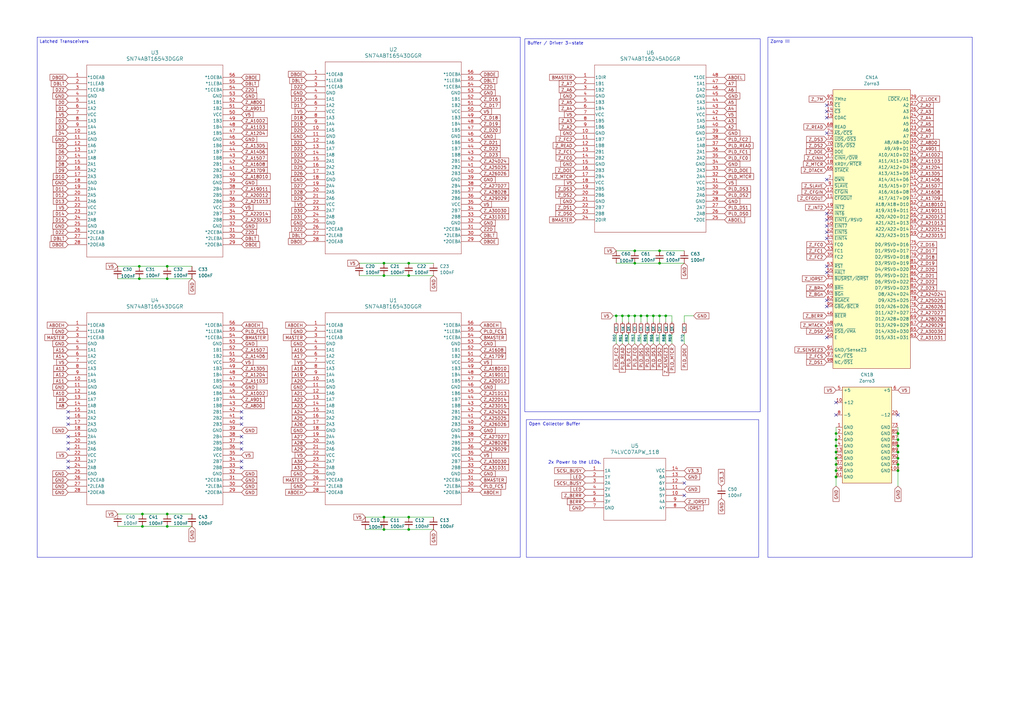
<source format=kicad_sch>
(kicad_sch (version 20250114) (generator "eeschema") (generator_version "9.0")
  (paper "A3")
  (title_block (title "A4092") (rev "PROTO0") (company "amiga.technology"))
  (text "2x Power to the LEDs." (at 235.712 189.738 0) (effects (font (size 1.27 1.27))))
  (text_box "Buffer / Driver 3-state\n" (at 215.265 15.875 0) (size 96.52 153.035) (margins 0.9525 0.9525 0.9525 0.9525) (effects (font (size 1.27 1.27)) (justify left top)))
  (text_box "Latched Transceivers" (at 15.24 15.24 0) (size 198.12 213.36) (margins 0.9525 0.9525 0.9525 0.9525) (effects (font (size 1.27 1.27)) (justify left top)))
  (text_box "Open Collector Buffer\n" (at 215.9 172.085 0) (size 95.25 56.515) (margins 0.9525 0.9525 0.9525 0.9525) (effects (font (size 1.27 1.27)) (justify left top)))
  (text_box "Zorro III" (at 314.96 15.24 0) (size 83.82 213.36) (margins 0.9525 0.9525 0.9525 0.9525) (effects (font (size 1.27 1.27)) (justify left top)))
  (junction (at 157.48 113.03))
  (junction (at 167.64 107.95))
  (junction (at 58.42 210.82))
  (junction (at 342.9 195.58))
  (junction (at 270.51 107.95))
  (junction (at 68.58 210.82))
  (junction (at 342.9 187.96))
  (junction (at 167.64 217.17))
  (junction (at 68.58 215.9))
  (junction (at 157.48 107.95))
  (junction (at 57.15 114.3))
  (junction (at 262.89 129.54))
  (junction (at 368.3 187.96))
  (junction (at 368.3 177.8))
  (junction (at 255.27 129.54))
  (junction (at 368.3 185.42))
  (junction (at 342.9 180.34))
  (junction (at 342.9 182.88))
  (junction (at 252.73 129.54))
  (junction (at 260.35 102.87))
  (junction (at 342.9 193.04))
  (junction (at 260.35 129.54))
  (junction (at 157.48 217.17))
  (junction (at 167.64 113.03))
  (junction (at 368.3 182.88))
  (junction (at 267.97 129.54))
  (junction (at 58.42 215.9))
  (junction (at 342.9 185.42))
  (junction (at 167.64 212.09))
  (junction (at 368.3 190.5))
  (junction (at 270.51 102.87))
  (junction (at 342.9 177.8))
  (junction (at 368.3 180.34))
  (junction (at 57.15 109.22))
  (junction (at 257.81 129.54))
  (junction (at 260.35 107.95))
  (junction (at 265.43 129.54))
  (junction (at 273.05 129.54))
  (junction (at 270.51 129.54))
  (junction (at 342.9 190.5))
  (junction (at 68.58 109.22))
  (junction (at 157.48 212.09))
  (junction (at 368.3 193.04))
  (junction (at 68.58 114.3))
  (no_connect (at 27.94 189.23))
  (no_connect (at 339.09 92.71))
  (no_connect (at 27.94 184.15))
  (no_connect (at 368.3 170.18))
  (no_connect (at 339.09 73.66))
  (no_connect (at 280.67 203.2))
  (no_connect (at 99.06 181.61))
  (no_connect (at 339.09 97.79))
  (no_connect (at 99.06 191.77))
  (no_connect (at 339.09 48.26))
  (no_connect (at 99.06 173.99))
  (no_connect (at 339.09 54.61))
  (no_connect (at 339.09 109.22))
  (no_connect (at 339.09 87.63))
  (no_connect (at 27.94 181.61))
  (no_connect (at 342.9 165.1))
  (no_connect (at 27.94 191.77))
  (no_connect (at 339.09 138.43))
  (no_connect (at 339.09 45.72))
  (no_connect (at 280.67 198.12))
  (no_connect (at 99.06 179.07))
  (no_connect (at 339.09 111.76))
  (no_connect (at 99.06 171.45))
  (no_connect (at 99.06 184.15))
  (no_connect (at 27.94 171.45))
  (no_connect (at 99.06 168.91))
  (no_connect (at 99.06 189.23))
  (no_connect (at 339.09 90.17))
  (no_connect (at 339.09 43.18))
  (no_connect (at 339.09 123.19))
  (no_connect (at 339.09 95.25))
  (no_connect (at 27.94 173.99))
  (no_connect (at 342.9 170.18))
  (no_connect (at 27.94 179.07))
  (no_connect (at 27.94 168.91))
  (no_connect (at 339.09 125.73))
  (wire (pts (xy 147.32 113.03) (xy 157.48 113.03)))
  (wire (pts (xy 68.58 210.82) (xy 78.74 210.82)))
  (wire (pts (xy 342.9 180.34) (xy 342.9 182.88)))
  (wire (pts (xy 48.26 215.9) (xy 58.42 215.9)))
  (wire (pts (xy 267.97 137.16) (xy 267.97 140.97)))
  (wire (pts (xy 265.43 129.54) (xy 267.97 129.54)))
  (wire (pts (xy 342.9 193.04) (xy 342.9 195.58)))
  (wire (pts (xy 48.26 109.22) (xy 57.15 109.22)))
  (wire (pts (xy 157.48 107.95) (xy 167.64 107.95)))
  (wire (pts (xy 270.51 137.16) (xy 270.51 140.97)))
  (wire (pts (xy 368.3 193.04) (xy 368.3 199.39)))
  (wire (pts (xy 157.48 113.03) (xy 167.64 113.03)))
  (wire (pts (xy 342.9 185.42) (xy 342.9 187.96)))
  (wire (pts (xy 149.86 217.17) (xy 157.48 217.17)))
  (wire (pts (xy 251.46 129.54) (xy 252.73 129.54)))
  (wire (pts (xy 265.43 129.54) (xy 265.43 132.08)))
  (wire (pts (xy 368.3 175.26) (xy 368.3 177.8)))
  (wire (pts (xy 273.05 137.16) (xy 273.05 140.97)))
  (wire (pts (xy 270.51 107.95) (xy 280.67 107.95)))
  (wire (pts (xy 262.89 129.54) (xy 265.43 129.54)))
  (wire (pts (xy 273.05 129.54) (xy 273.05 132.08)))
  (wire (pts (xy 260.35 137.16) (xy 260.35 140.97)))
  (wire (pts (xy 260.35 129.54) (xy 260.35 132.08)))
  (wire (pts (xy 257.81 137.16) (xy 257.81 140.97)))
  (wire (pts (xy 342.9 182.88) (xy 342.9 185.42)))
  (wire (pts (xy 167.64 113.03) (xy 177.8 113.03)))
  (wire (pts (xy 368.3 182.88) (xy 368.3 185.42)))
  (wire (pts (xy 262.89 129.54) (xy 262.89 132.08)))
  (wire (pts (xy 342.9 187.96) (xy 342.9 190.5)))
  (wire (pts (xy 252.73 129.54) (xy 255.27 129.54)))
  (wire (pts (xy 273.05 129.54) (xy 275.59 129.54)))
  (wire (pts (xy 260.35 129.54) (xy 262.89 129.54)))
  (wire (pts (xy 167.64 217.17) (xy 177.8 217.17)))
  (wire (pts (xy 57.15 109.22) (xy 68.58 109.22)))
  (wire (pts (xy 267.97 129.54) (xy 270.51 129.54)))
  (wire (pts (xy 149.86 212.09) (xy 157.48 212.09)))
  (wire (pts (xy 257.81 129.54) (xy 257.81 132.08)))
  (wire (pts (xy 368.3 185.42) (xy 368.3 187.96)))
  (wire (pts (xy 368.3 180.34) (xy 368.3 182.88)))
  (wire (pts (xy 58.42 215.9) (xy 68.58 215.9)))
  (wire (pts (xy 342.9 195.58) (xy 342.9 199.39)))
  (wire (pts (xy 252.73 137.16) (xy 252.73 140.97)))
  (wire (pts (xy 255.27 129.54) (xy 255.27 132.08)))
  (wire (pts (xy 157.48 217.17) (xy 167.64 217.17)))
  (wire (pts (xy 167.64 107.95) (xy 177.8 107.95)))
  (wire (pts (xy 68.58 109.22) (xy 78.74 109.22)))
  (wire (pts (xy 267.97 129.54) (xy 267.97 132.08)))
  (wire (pts (xy 255.27 129.54) (xy 257.81 129.54)))
  (wire (pts (xy 280.67 129.54) (xy 280.67 132.08)))
  (wire (pts (xy 265.43 137.16) (xy 265.43 140.97)))
  (wire (pts (xy 147.32 107.95) (xy 157.48 107.95)))
  (wire (pts (xy 342.9 177.8) (xy 342.9 180.34)))
  (wire (pts (xy 275.59 137.16) (xy 275.59 140.97)))
  (wire (pts (xy 167.64 212.09) (xy 177.8 212.09)))
  (wire (pts (xy 157.48 212.09) (xy 167.64 212.09)))
  (wire (pts (xy 252.73 107.95) (xy 260.35 107.95)))
  (wire (pts (xy 368.3 187.96) (xy 368.3 190.5)))
  (wire (pts (xy 262.89 137.16) (xy 262.89 140.97)))
  (wire (pts (xy 284.48 129.54) (xy 280.67 129.54)))
  (wire (pts (xy 270.51 102.87) (xy 280.67 102.87)))
  (wire (pts (xy 368.3 190.5) (xy 368.3 193.04)))
  (wire (pts (xy 58.42 210.82) (xy 68.58 210.82)))
  (wire (pts (xy 57.15 114.3) (xy 68.58 114.3)))
  (wire (pts (xy 68.58 215.9) (xy 78.74 215.9)))
  (wire (pts (xy 255.27 137.16) (xy 255.27 140.97)))
  (wire (pts (xy 252.73 102.87) (xy 260.35 102.87)))
  (wire (pts (xy 48.26 210.82) (xy 58.42 210.82)))
  (wire (pts (xy 270.51 129.54) (xy 270.51 132.08)))
  (wire (pts (xy 342.9 190.5) (xy 342.9 193.04)))
  (wire (pts (xy 275.59 129.54) (xy 275.59 132.08)))
  (wire (pts (xy 368.3 177.8) (xy 368.3 180.34)))
  (wire (pts (xy 68.58 114.3) (xy 78.74 114.3)))
  (wire (pts (xy 252.73 129.54) (xy 252.73 132.08)))
  (wire (pts (xy 260.35 102.87) (xy 270.51 102.87)))
  (wire (pts (xy 48.26 114.3) (xy 57.15 114.3)))
  (wire (pts (xy 270.51 129.54) (xy 273.05 129.54)))
  (wire (pts (xy 260.35 107.95) (xy 270.51 107.95)))
  (wire (pts (xy 257.81 129.54) (xy 260.35 129.54)))
  (wire (pts (xy 342.9 175.26) (xy 342.9 177.8)))
  (wire (pts (xy 280.67 137.16) (xy 280.67 140.97)))
  (global_label "D7" (shape input) (at 27.94 64.77 180) (property "Intersheetrefs" "${INTERSHEET_REFS}" (effects (hide yes))))
  (global_label "Z_DOE" (shape input) (at 339.09 62.23 180) (property "Intersheetrefs" "${INTERSHEET_REFS}" (effects (hide yes))))
  (global_label "ABOEH" (shape input) (at 196.85 133.35 0) (property "Intersheetrefs" "${INTERSHEET_REFS}" (effects (hide yes))))
  (global_label "V5" (shape input) (at 99.06 148.59 0) (property "Intersheetrefs" "${INTERSHEET_REFS}" (effects (hide yes))))
  (global_label "Z_A21D13" (shape input) (at 375.92 91.44 0) (property "Intersheetrefs" "${INTERSHEET_REFS}" (effects (hide yes))))
  (global_label "A9" (shape input) (at 27.94 163.83 180) (property "Intersheetrefs" "${INTERSHEET_REFS}" (effects (hide yes))))
  (global_label "GND" (shape input) (at 78.74 215.9 270) (property "Intersheetrefs" "${INTERSHEET_REFS}" (effects (hide yes))))
  (global_label "D23" (shape input) (at 125.73 63.5 180) (property "Intersheetrefs" "${INTERSHEET_REFS}" (effects (hide yes))))
  (global_label "Z_A11D3" (shape input) (at 99.06 156.21 0) (property "Intersheetrefs" "${INTERSHEET_REFS}" (effects (hide yes))))
  (global_label "D20" (shape input) (at 125.73 53.34 180) (property "Intersheetrefs" "${INTERSHEET_REFS}" (effects (hide yes))))
  (global_label "PLD_DS2" (shape input) (at 297.18 80.01 0) (property "Intersheetrefs" "${INTERSHEET_REFS}" (effects (hide yes))))
  (global_label "GND" (shape input) (at 280.67 200.66 0) (property "Intersheetrefs" "${INTERSHEET_REFS}" (effects (hide yes))))
  (global_label "Z_A18D10" (shape input) (at 99.06 72.39 0) (property "Intersheetrefs" "${INTERSHEET_REFS}" (effects (hide yes))))
  (global_label "Z_A30D30" (shape input) (at 375.92 135.89 0) (property "Intersheetrefs" "${INTERSHEET_REFS}" (effects (hide yes))))
  (global_label "GND" (shape input) (at 196.85 91.44 0) (property "Intersheetrefs" "${INTERSHEET_REFS}" (effects (hide yes))))
  (global_label "PLD_DS1" (shape input) (at 297.18 85.09 0) (property "Intersheetrefs" "${INTERSHEET_REFS}" (effects (hide yes))))
  (global_label "MASTER" (shape input) (at 125.73 138.43 180) (property "Intersheetrefs" "${INTERSHEET_REFS}" (effects (hide yes))))
  (global_label "Z2D" (shape input) (at 196.85 35.56 0) (property "Intersheetrefs" "${INTERSHEET_REFS}" (effects (hide yes))))
  (global_label "V5" (shape input) (at 27.94 46.99 180) (property "Intersheetrefs" "${INTERSHEET_REFS}" (effects (hide yes))))
  (global_label "D10" (shape input) (at 27.94 72.39 180) (property "Intersheetrefs" "${INTERSHEET_REFS}" (effects (hide yes))))
  (global_label "GND" (shape input) (at 125.73 135.89 180) (property "Intersheetrefs" "${INTERSHEET_REFS}" (effects (hide yes))))
  (global_label "GND" (shape input) (at 99.06 140.97 0) (property "Intersheetrefs" "${INTERSHEET_REFS}" (effects (hide yes))))
  (global_label "Z_D23" (shape input) (at 196.85 63.5 0) (property "Intersheetrefs" "${INTERSHEET_REFS}" (effects (hide yes))))
  (global_label "LED" (shape input) (at 240.03 195.58 180) (property "Intersheetrefs" "${INTERSHEET_REFS}" (effects (hide yes))))
  (global_label "D24" (shape input) (at 125.73 66.04 180) (property "Intersheetrefs" "${INTERSHEET_REFS}" (effects (hide yes))))
  (global_label "GND" (shape input) (at 196.85 158.75 0) (property "Intersheetrefs" "${INTERSHEET_REFS}" (effects (hide yes))))
  (global_label "Z_A22D14" (shape input) (at 375.92 93.98 0) (property "Intersheetrefs" "${INTERSHEET_REFS}" (effects (hide yes))))
  (global_label "D27" (shape input) (at 125.73 76.2 180) (property "Intersheetrefs" "${INTERSHEET_REFS}" (effects (hide yes))))
  (global_label "PLD_FC1" (shape input) (at 297.18 62.23 0) (property "Intersheetrefs" "${INTERSHEET_REFS}" (effects (hide yes))))
  (global_label "Z_A19D11" (shape input) (at 196.85 153.67 0) (property "Intersheetrefs" "${INTERSHEET_REFS}" (effects (hide yes))))
  (global_label "D12" (shape input) (at 27.94 80.01 180) (property "Intersheetrefs" "${INTERSHEET_REFS}" (effects (hide yes))))
  (global_label "V5" (shape input) (at 236.22 46.99 180) (property "Intersheetrefs" "${INTERSHEET_REFS}" (effects (hide yes))))
  (global_label "Z_A26D26" (shape input) (at 196.85 173.99 0) (property "Intersheetrefs" "${INTERSHEET_REFS}" (effects (hide yes))))
  (global_label "Z_A8D0" (shape input) (at 99.06 166.37 0) (property "Intersheetrefs" "${INTERSHEET_REFS}" (effects (hide yes))))
  (global_label "V5" (shape input) (at 342.9 160.02 180) (property "Intersheetrefs" "${INTERSHEET_REFS}" (effects (hide yes))))
  (global_label "Z_CINH" (shape input) (at 339.09 64.77 180) (property "Intersheetrefs" "${INTERSHEET_REFS}" (effects (hide yes))))
  (global_label "DBOE" (shape input) (at 99.06 31.75 0) (property "Intersheetrefs" "${INTERSHEET_REFS}" (effects (hide yes))))
  (global_label "Z_A17D9" (shape input) (at 196.85 146.05 0) (property "Intersheetrefs" "${INTERSHEET_REFS}" (effects (hide yes))))
  (global_label "Z_A30D30" (shape input) (at 196.85 86.36 0) (property "Intersheetrefs" "${INTERSHEET_REFS}" (effects (hide yes))))
  (global_label "Z_A18D10" (shape input) (at 196.85 151.13 0) (property "Intersheetrefs" "${INTERSHEET_REFS}" (effects (hide yes))))
  (global_label "Z_MTCR" (shape input) (at 339.09 67.31 180) (property "Intersheetrefs" "${INTERSHEET_REFS}" (effects (hide yes))))
  (global_label "A20" (shape input) (at 125.73 156.21 180) (property "Intersheetrefs" "${INTERSHEET_REFS}" (effects (hide yes))))
  (global_label "Z_D22" (shape input) (at 375.92 115.57 0) (property "Intersheetrefs" "${INTERSHEET_REFS}" (effects (hide yes))))
  (global_label "DBLT" (shape input) (at 99.06 34.29 0) (property "Intersheetrefs" "${INTERSHEET_REFS}" (effects (hide yes))))
  (global_label "V5" (shape input) (at 99.06 46.99 0) (property "Intersheetrefs" "${INTERSHEET_REFS}" (effects (hide yes))))
  (global_label "A10" (shape input) (at 27.94 161.29 180) (property "Intersheetrefs" "${INTERSHEET_REFS}" (effects (hide yes))))
  (global_label "GND" (shape input) (at 27.94 57.15 180) (property "Intersheetrefs" "${INTERSHEET_REFS}" (effects (hide yes))))
  (global_label "DBOE" (shape input) (at 196.85 30.48 0) (property "Intersheetrefs" "${INTERSHEET_REFS}" (effects (hide yes))))
  (global_label "Z_A28D28" (shape input) (at 375.92 130.81 0) (property "Intersheetrefs" "${INTERSHEET_REFS}" (effects (hide yes))))
  (global_label "Z_D16" (shape input) (at 196.85 40.64 0) (property "Intersheetrefs" "${INTERSHEET_REFS}" (effects (hide yes))))
  (global_label "Z_A6" (shape input) (at 236.22 36.83 180) (property "Intersheetrefs" "${INTERSHEET_REFS}" (effects (hide yes))))
  (global_label "Z_FC2" (shape input) (at 339.09 105.41 180) (property "Intersheetrefs" "${INTERSHEET_REFS}" (effects (hide yes))))
  (global_label "Z_A2" (shape input) (at 236.22 52.07 180) (property "Intersheetrefs" "${INTERSHEET_REFS}" (effects (hide yes))))
  (global_label "A24" (shape input) (at 125.73 168.91 180) (property "Intersheetrefs" "${INTERSHEET_REFS}" (effects (hide yes))))
  (global_label "D30" (shape input) (at 125.73 86.36 180) (property "Intersheetrefs" "${INTERSHEET_REFS}" (effects (hide yes))))
  (global_label "Z_A24D24" (shape input) (at 196.85 168.91 0) (property "Intersheetrefs" "${INTERSHEET_REFS}" (effects (hide yes))))
  (global_label "Z_MTACK" (shape input) (at 339.09 133.35 180) (property "Intersheetrefs" "${INTERSHEET_REFS}" (effects (hide yes))))
  (global_label "A16" (shape input) (at 125.73 143.51 180) (property "Intersheetrefs" "${INTERSHEET_REFS}" (effects (hide yes))))
  (global_label "Z_D22" (shape input) (at 196.85 60.96 0) (property "Intersheetrefs" "${INTERSHEET_REFS}" (effects (hide yes))))
  (global_label "Z_A22D14" (shape input) (at 196.85 163.83 0) (property "Intersheetrefs" "${INTERSHEET_REFS}" (effects (hide yes))))
  (global_label "Z_DS2" (shape input) (at 236.22 80.01 180) (property "Intersheetrefs" "${INTERSHEET_REFS}" (effects (hide yes))))
  (global_label "Z_A15D7" (shape input) (at 99.06 143.51 0) (property "Intersheetrefs" "${INTERSHEET_REFS}" (effects (hide yes))))
  (global_label "A11" (shape input) (at 27.94 156.21 180) (property "Intersheetrefs" "${INTERSHEET_REFS}" (effects (hide yes))))
  (global_label "PLD_READ" (shape input) (at 255.27 140.97 270) (property "Intersheetrefs" "${INTERSHEET_REFS}" (effects (hide yes))))
  (global_label "Z_CFGIN" (shape input) (at 339.09 78.74 180) (property "Intersheetrefs" "${INTERSHEET_REFS}" (effects (hide yes))))
  (global_label "Z_D20" (shape input) (at 375.92 110.49 0) (property "Intersheetrefs" "${INTERSHEET_REFS}" (effects (hide yes))))
  (global_label "D17" (shape input) (at 125.73 43.18 180) (property "Intersheetrefs" "${INTERSHEET_REFS}" (effects (hide yes))))
  (global_label "Z_D18" (shape input) (at 375.92 105.41 0) (property "Intersheetrefs" "${INTERSHEET_REFS}" (effects (hide yes))))
  (global_label "GND" (shape input) (at 177.8 217.17 270) (property "Intersheetrefs" "${INTERSHEET_REFS}" (effects (hide yes))))
  (global_label "DBLT" (shape input) (at 99.06 97.79 0) (property "Intersheetrefs" "${INTERSHEET_REFS}" (effects (hide yes))))
  (global_label "GND" (shape input) (at 125.73 38.1 180) (property "Intersheetrefs" "${INTERSHEET_REFS}" (effects (hide yes))))
  (global_label "Z_READ" (shape input) (at 339.09 52.07 180) (property "Intersheetrefs" "${INTERSHEET_REFS}" (effects (hide yes))))
  (global_label "Z_A3" (shape input) (at 375.92 45.72 0) (property "Intersheetrefs" "${INTERSHEET_REFS}" (effects (hide yes))))
  (global_label "ABOEH" (shape input) (at 27.94 133.35 180) (property "Intersheetrefs" "${INTERSHEET_REFS}" (effects (hide yes))))
  (global_label "BMASTER" (shape input) (at 196.85 196.85 0) (property "Intersheetrefs" "${INTERSHEET_REFS}" (effects (hide yes))))
  (global_label "GND" (shape input) (at 196.85 73.66 0) (property "Intersheetrefs" "${INTERSHEET_REFS}" (effects (hide yes))))
  (global_label "DBLT" (shape input) (at 196.85 96.52 0) (property "Intersheetrefs" "${INTERSHEET_REFS}" (effects (hide yes))))
  (global_label "Z_A17D9" (shape input) (at 375.92 81.28 0) (property "Intersheetrefs" "${INTERSHEET_REFS}" (effects (hide yes))))
  (global_label "GND" (shape input) (at 99.06 194.31 0) (property "Intersheetrefs" "${INTERSHEET_REFS}" (effects (hide yes))))
  (global_label "A28" (shape input) (at 125.73 181.61 180) (property "Intersheetrefs" "${INTERSHEET_REFS}" (effects (hide yes))))
  (global_label "Z_SLAVE" (shape input) (at 339.09 76.2 180) (property "Intersheetrefs" "${INTERSHEET_REFS}" (effects (hide yes))))
  (global_label "V5" (shape input) (at 196.85 45.72 0) (property "Intersheetrefs" "${INTERSHEET_REFS}" (effects (hide yes))))
  (global_label "Z_BERR" (shape input) (at 339.09 129.54 180) (property "Intersheetrefs" "${INTERSHEET_REFS}" (effects (hide yes))))
  (global_label "GND" (shape input) (at 99.06 57.15 0) (property "Intersheetrefs" "${INTERSHEET_REFS}" (effects (hide yes))))
  (global_label "Z_A12D4" (shape input) (at 99.06 54.61 0) (property "Intersheetrefs" "${INTERSHEET_REFS}" (effects (hide yes))))
  (global_label "D14" (shape input) (at 27.94 87.63 180) (property "Intersheetrefs" "${INTERSHEET_REFS}" (effects (hide yes))))
  (global_label "Z_A31D31" (shape input) (at 375.92 138.43 0) (property "Intersheetrefs" "${INTERSHEET_REFS}" (effects (hide yes))))
  (global_label "D2Z" (shape input) (at 27.94 36.83 180) (property "Intersheetrefs" "${INTERSHEET_REFS}" (effects (hide yes))))
  (global_label "ABOEL" (shape input) (at 297.18 90.17 0) (property "Intersheetrefs" "${INTERSHEET_REFS}" (effects (hide yes))))
  (global_label "V5" (shape input) (at 297.18 74.93 0) (property "Intersheetrefs" "${INTERSHEET_REFS}" (effects (hide yes))))
  (global_label "GND" (shape input) (at 27.94 158.75 180) (property "Intersheetrefs" "${INTERSHEET_REFS}" (effects (hide yes))))
  (global_label "Z_D19" (shape input) (at 375.92 107.95 0) (property "Intersheetrefs" "${INTERSHEET_REFS}" (effects (hide yes))))
  (global_label "V5" (shape input) (at 48.26 109.22 180) (property "Intersheetrefs" "${INTERSHEET_REFS}" (effects (hide yes))))
  (global_label "V3_3" (shape input) (at 295.91 199.39 90) (property "Intersheetrefs" "${INTERSHEET_REFS}" (effects (hide yes))))
  (global_label "Z_A13D5" (shape input) (at 99.06 151.13 0) (property "Intersheetrefs" "${INTERSHEET_REFS}" (effects (hide yes))))
  (global_label "Z_DS3" (shape input) (at 339.09 57.15 180) (property "Intersheetrefs" "${INTERSHEET_REFS}" (effects (hide yes))))
  (global_label "V5" (shape input) (at 125.73 148.59 180) (property "Intersheetrefs" "${INTERSHEET_REFS}" (effects (hide yes))))
  (global_label "Z_A7" (shape input) (at 236.22 34.29 180) (property "Intersheetrefs" "${INTERSHEET_REFS}" (effects (hide yes))))
  (global_label "Z_A27D27" (shape input) (at 196.85 179.07 0) (property "Intersheetrefs" "${INTERSHEET_REFS}" (effects (hide yes))))
  (global_label "Z_A5" (shape input) (at 236.22 41.91 180) (property "Intersheetrefs" "${INTERSHEET_REFS}" (effects (hide yes))))
  (global_label "Z_A19D11" (shape input) (at 375.92 86.36 0) (property "Intersheetrefs" "${INTERSHEET_REFS}" (effects (hide yes))))
  (global_label "PLD_FCS" (shape input) (at 196.85 135.89 0) (property "Intersheetrefs" "${INTERSHEET_REFS}" (effects (hide yes))))
  (global_label "Z_FCS" (shape input) (at 339.09 146.05 180) (property "Intersheetrefs" "${INTERSHEET_REFS}" (effects (hide yes))))
  (global_label "Z_A30D30" (shape input) (at 196.85 189.23 0) (property "Intersheetrefs" "${INTERSHEET_REFS}" (effects (hide yes))))
  (global_label "Z_D19" (shape input) (at 196.85 50.8 0) (property "Intersheetrefs" "${INTERSHEET_REFS}" (effects (hide yes))))
  (global_label "GND" (shape input) (at 368.3 199.39 270) (property "Intersheetrefs" "${INTERSHEET_REFS}" (effects (hide yes))))
  (global_label "V5" (shape input) (at 196.85 186.69 0) (property "Intersheetrefs" "${INTERSHEET_REFS}" (effects (hide yes))))
  (global_label "Z_A10D2" (shape input) (at 99.06 49.53 0) (property "Intersheetrefs" "${INTERSHEET_REFS}" (effects (hide yes))))
  (global_label "Z_A17D9" (shape input) (at 99.06 69.85 0) (property "Intersheetrefs" "${INTERSHEET_REFS}" (effects (hide yes))))
  (global_label "Z_A21D13" (shape input) (at 99.06 82.55 0) (property "Intersheetrefs" "${INTERSHEET_REFS}" (effects (hide yes))))
  (global_label "D6" (shape input) (at 27.94 62.23 180) (property "Intersheetrefs" "${INTERSHEET_REFS}" (effects (hide yes))))
  (global_label "PLD_FC1" (shape input) (at 257.81 140.97 270) (property "Intersheetrefs" "${INTERSHEET_REFS}" (effects (hide yes))))
  (global_label "GND" (shape input) (at 236.22 54.61 180) (property "Intersheetrefs" "${INTERSHEET_REFS}" (effects (hide yes))))
  (global_label "A29" (shape input) (at 125.73 184.15 180) (property "Intersheetrefs" "${INTERSHEET_REFS}" (effects (hide yes))))
  (global_label "V5" (shape input) (at 236.22 74.93 180) (property "Intersheetrefs" "${INTERSHEET_REFS}" (effects (hide yes))))
  (global_label "GND" (shape input) (at 27.94 201.93 180) (property "Intersheetrefs" "${INTERSHEET_REFS}" (effects (hide yes))))
  (global_label "Z_A11D3" (shape input) (at 99.06 52.07 0) (property "Intersheetrefs" "${INTERSHEET_REFS}" (effects (hide yes))))
  (global_label "PLD_DOE" (shape input) (at 297.18 69.85 0) (property "Intersheetrefs" "${INTERSHEET_REFS}" (effects (hide yes))))
  (global_label "GND" (shape input) (at 99.06 201.93 0) (property "Intersheetrefs" "${INTERSHEET_REFS}" (effects (hide yes))))
  (global_label "A4" (shape input) (at 297.18 44.45 0) (property "Intersheetrefs" "${INTERSHEET_REFS}" (effects (hide yes))))
  (global_label "GND" (shape input) (at 297.18 54.61 0) (property "Intersheetrefs" "${INTERSHEET_REFS}" (effects (hide yes))))
  (global_label "BMASTER" (shape input) (at 99.06 138.43 0) (property "Intersheetrefs" "${INTERSHEET_REFS}" (effects (hide yes))))
  (global_label "LED" (shape input) (at 240.03 200.66 180) (property "Intersheetrefs" "${INTERSHEET_REFS}" (effects (hide yes))))
  (global_label "V5" (shape input) (at 99.06 186.69 0) (property "Intersheetrefs" "${INTERSHEET_REFS}" (effects (hide yes))))
  (global_label "A19" (shape input) (at 125.73 153.67 180) (property "Intersheetrefs" "${INTERSHEET_REFS}" (effects (hide yes))))
  (global_label "GND" (shape input) (at 27.94 39.37 180) (property "Intersheetrefs" "${INTERSHEET_REFS}" (effects (hide yes))))
  (global_label "V5" (shape input) (at 252.73 102.87 180) (property "Intersheetrefs" "${INTERSHEET_REFS}" (effects (hide yes))))
  (global_label "A25" (shape input) (at 125.73 171.45 180) (property "Intersheetrefs" "${INTERSHEET_REFS}" (effects (hide yes))))
  (global_label "D21" (shape input) (at 125.73 58.42 180) (property "Intersheetrefs" "${INTERSHEET_REFS}" (effects (hide yes))))
  (global_label "V5" (shape input) (at 125.73 83.82 180) (property "Intersheetrefs" "${INTERSHEET_REFS}" (effects (hide yes))))
  (global_label "PLD_FC2" (shape input) (at 297.18 57.15 0) (property "Intersheetrefs" "${INTERSHEET_REFS}" (effects (hide yes))))
  (global_label "PLD_FC0" (shape input) (at 260.35 140.97 270) (property "Intersheetrefs" "${INTERSHEET_REFS}" (effects (hide yes))))
  (global_label "Z_A9D1" (shape input) (at 99.06 163.83 0) (property "Intersheetrefs" "${INTERSHEET_REFS}" (effects (hide yes))))
  (global_label "GND" (shape input) (at 99.06 199.39 0) (property "Intersheetrefs" "${INTERSHEET_REFS}" (effects (hide yes))))
  (global_label "A2" (shape input) (at 297.18 52.07 0) (property "Intersheetrefs" "${INTERSHEET_REFS}" (effects (hide yes))))
  (global_label "Z_BERR" (shape input) (at 240.03 203.2 180) (property "Intersheetrefs" "${INTERSHEET_REFS}" (effects (hide yes))))
  (global_label "PLD_MTCR" (shape input) (at 275.59 140.97 270) (property "Intersheetrefs" "${INTERSHEET_REFS}" (effects (hide yes))))
  (global_label "GND" (shape input) (at 295.91 204.47 270) (property "Intersheetrefs" "${INTERSHEET_REFS}" (effects (hide yes))))
  (global_label "GND" (shape input) (at 27.94 196.85 180) (property "Intersheetrefs" "${INTERSHEET_REFS}" (effects (hide yes))))
  (global_label "MASTER" (shape input) (at 27.94 138.43 180) (property "Intersheetrefs" "${INTERSHEET_REFS}" (effects (hide yes))))
  (global_label "ABOEL" (shape input) (at 297.18 31.75 0) (property "Intersheetrefs" "${INTERSHEET_REFS}" (effects (hide yes))))
  (global_label "D2" (shape input) (at 27.94 49.53 180) (property "Intersheetrefs" "${INTERSHEET_REFS}" (effects (hide yes))))
  (global_label "Z_A9D1" (shape input) (at 375.92 60.96 0) (property "Intersheetrefs" "${INTERSHEET_REFS}" (effects (hide yes))))
  (global_label "D19" (shape input) (at 125.73 50.8 180) (property "Intersheetrefs" "${INTERSHEET_REFS}" (effects (hide yes))))
  (global_label "Z_A14D6" (shape input) (at 375.92 73.66 0) (property "Intersheetrefs" "${INTERSHEET_REFS}" (effects (hide yes))))
  (global_label "PLD_DS3" (shape input) (at 297.18 77.47 0) (property "Intersheetrefs" "${INTERSHEET_REFS}" (effects (hide yes))))
  (global_label "Z_DS0" (shape input) (at 339.09 135.89 180) (property "Intersheetrefs" "${INTERSHEET_REFS}" (effects (hide yes))))
  (global_label "Z_A13D5" (shape input) (at 99.06 59.69 0) (property "Intersheetrefs" "${INTERSHEET_REFS}" (effects (hide yes))))
  (global_label "A6" (shape input) (at 297.18 36.83 0) (property "Intersheetrefs" "${INTERSHEET_REFS}" (effects (hide yes))))
  (global_label "Z_7M" (shape input) (at 339.09 40.64 180) (property "Intersheetrefs" "${INTERSHEET_REFS}" (effects (hide yes))))
  (global_label "Z_D23" (shape input) (at 375.92 118.11 0) (property "Intersheetrefs" "${INTERSHEET_REFS}" (effects (hide yes))))
  (global_label "A15" (shape input) (at 27.94 143.51 180) (property "Intersheetrefs" "${INTERSHEET_REFS}" (effects (hide yes))))
  (global_label "A12" (shape input) (at 27.94 153.67 180) (property "Intersheetrefs" "${INTERSHEET_REFS}" (effects (hide yes))))
  (global_label "Z_READ" (shape input) (at 236.22 59.69 180) (property "Intersheetrefs" "${INTERSHEET_REFS}" (effects (hide yes))))
  (global_label "D29" (shape input) (at 125.73 81.28 180) (property "Intersheetrefs" "${INTERSHEET_REFS}" (effects (hide yes))))
  (global_label "DBLT" (shape input) (at 125.73 33.02 180) (property "Intersheetrefs" "${INTERSHEET_REFS}" (effects (hide yes))))
  (global_label "PLD_MTCR" (shape input) (at 297.18 72.39 0) (property "Intersheetrefs" "${INTERSHEET_REFS}" (effects (hide yes))))
  (global_label "V5" (shape input) (at 99.06 85.09 0) (property "Intersheetrefs" "${INTERSHEET_REFS}" (effects (hide yes))))
  (global_label "GND" (shape input) (at 297.18 82.55 0) (property "Intersheetrefs" "${INTERSHEET_REFS}" (effects (hide yes))))
  (global_label "PLD_DS0" (shape input) (at 297.18 87.63 0) (property "Intersheetrefs" "${INTERSHEET_REFS}" (effects (hide yes))))
  (global_label "GND" (shape input) (at 99.06 158.75 0) (property "Intersheetrefs" "${INTERSHEET_REFS}" (effects (hide yes))))
  (global_label "DBLT" (shape input) (at 27.94 34.29 180) (property "Intersheetrefs" "${INTERSHEET_REFS}" (effects (hide yes))))
  (global_label "Z_A6" (shape input) (at 375.92 53.34 0) (property "Intersheetrefs" "${INTERSHEET_REFS}" (effects (hide yes))))
  (global_label "GND" (shape input) (at 297.18 67.31 0) (property "Intersheetrefs" "${INTERSHEET_REFS}" (effects (hide yes))))
  (global_label "BMASTER" (shape input) (at 236.22 31.75 180) (property "Intersheetrefs" "${INTERSHEET_REFS}" (effects (hide yes))))
  (global_label "GND" (shape input) (at 236.22 67.31 180) (property "Intersheetrefs" "${INTERSHEET_REFS}" (effects (hide yes))))
  (global_label "V5" (shape input) (at 27.94 148.59 180) (property "Intersheetrefs" "${INTERSHEET_REFS}" (effects (hide yes))))
  (global_label "GND" (shape input) (at 125.73 73.66 180) (property "Intersheetrefs" "${INTERSHEET_REFS}" (effects (hide yes))))
  (global_label "Z_A10D2" (shape input) (at 375.92 63.5 0) (property "Intersheetrefs" "${INTERSHEET_REFS}" (effects (hide yes))))
  (global_label "D2Z" (shape input) (at 125.73 35.56 180) (property "Intersheetrefs" "${INTERSHEET_REFS}" (effects (hide yes))))
  (global_label "Z_LOCK" (shape input) (at 375.92 40.64 0) (property "Intersheetrefs" "${INTERSHEET_REFS}" (effects (hide yes))))
  (global_label "V5" (shape input) (at 27.94 186.69 180) (property "Intersheetrefs" "${INTERSHEET_REFS}" (effects (hide yes))))
  (global_label "Z_BGn" (shape input) (at 339.09 120.65 180) (property "Intersheetrefs" "${INTERSHEET_REFS}" (effects (hide yes))))
  (global_label "Z_A8D0" (shape input) (at 99.06 41.91 0) (property "Intersheetrefs" "${INTERSHEET_REFS}" (effects (hide yes))))
  (global_label "Z_A29D29" (shape input) (at 375.92 133.35 0) (property "Intersheetrefs" "${INTERSHEET_REFS}" (effects (hide yes))))
  (global_label "Z_A29D29" (shape input) (at 196.85 184.15 0) (property "Intersheetrefs" "${INTERSHEET_REFS}" (effects (hide yes))))
  (global_label "D8" (shape input) (at 27.94 67.31 180) (property "Intersheetrefs" "${INTERSHEET_REFS}" (effects (hide yes))))
  (global_label "Z_DS3" (shape input) (at 236.22 77.47 180) (property "Intersheetrefs" "${INTERSHEET_REFS}" (effects (hide yes))))
  (global_label "DBOE" (shape input) (at 99.06 100.33 0) (property "Intersheetrefs" "${INTERSHEET_REFS}" (effects (hide yes))))
  (global_label "PLD_FC0" (shape input) (at 297.18 64.77 0) (property "Intersheetrefs" "${INTERSHEET_REFS}" (effects (hide yes))))
  (global_label "GND" (shape input) (at 342.9 199.39 270) (property "Intersheetrefs" "${INTERSHEET_REFS}" (effects (hide yes))))
  (global_label "Z_A23D15" (shape input) (at 196.85 166.37 0) (property "Intersheetrefs" "${INTERSHEET_REFS}" (effects (hide yes))))
  (global_label "D2Z" (shape input) (at 125.73 93.98 180) (property "Intersheetrefs" "${INTERSHEET_REFS}" (effects (hide yes))))
  (global_label "DBOE" (shape input) (at 27.94 100.33 180) (property "Intersheetrefs" "${INTERSHEET_REFS}" (effects (hide yes))))
  (global_label "A31" (shape input) (at 125.73 191.77 180) (property "Intersheetrefs" "${INTERSHEET_REFS}" (effects (hide yes))))
  (global_label "Z_A12D4" (shape input) (at 375.92 68.58 0) (property "Intersheetrefs" "${INTERSHEET_REFS}" (effects (hide yes))))
  (global_label "Z_A3" (shape input) (at 236.22 49.53 180) (property "Intersheetrefs" "${INTERSHEET_REFS}" (effects (hide yes))))
  (global_label "V5" (shape input) (at 48.26 210.82 180) (property "Intersheetrefs" "${INTERSHEET_REFS}" (effects (hide yes))))
  (global_label "Z_D21" (shape input) (at 375.92 113.03 0) (property "Intersheetrefs" "${INTERSHEET_REFS}" (effects (hide yes))))
  (global_label "GND" (shape input) (at 280.67 195.58 0) (property "Intersheetrefs" "${INTERSHEET_REFS}" (effects (hide yes))))
  (global_label "GND" (shape input) (at 99.06 176.53 0) (property "Intersheetrefs" "${INTERSHEET_REFS}" (effects (hide yes))))
  (global_label "Z_A31D31" (shape input) (at 196.85 88.9 0) (property "Intersheetrefs" "${INTERSHEET_REFS}" (effects (hide yes))))
  (global_label "DBOE" (shape input) (at 125.73 30.48 180) (property "Intersheetrefs" "${INTERSHEET_REFS}" (effects (hide yes))))
  (global_label "Z_A24D24" (shape input) (at 196.85 66.04 0) (property "Intersheetrefs" "${INTERSHEET_REFS}" (effects (hide yes))))
  (global_label "Z_D21" (shape input) (at 196.85 58.42 0) (property "Intersheetrefs" "${INTERSHEET_REFS}" (effects (hide yes))))
  (global_label "PLD_DS3" (shape input) (at 267.97 140.97 270) (property "Intersheetrefs" "${INTERSHEET_REFS}" (effects (hide yes))))
  (global_label "Z_A12D4" (shape input) (at 99.06 153.67 0) (property "Intersheetrefs" "${INTERSHEET_REFS}" (effects (hide yes))))
  (global_label "DBLT" (shape input) (at 125.73 96.52 180) (property "Intersheetrefs" "${INTERSHEET_REFS}" (effects (hide yes))))
  (global_label "GND" (shape input) (at 196.85 140.97 0) (property "Intersheetrefs" "${INTERSHEET_REFS}" (effects (hide yes))))
  (global_label "DBOE" (shape input) (at 27.94 31.75 180) (property "Intersheetrefs" "${INTERSHEET_REFS}" (effects (hide yes))))
  (global_label "GND" (shape input) (at 99.06 74.93 0) (property "Intersheetrefs" "${INTERSHEET_REFS}" (effects (hide yes))))
  (global_label "A13" (shape input) (at 27.94 151.13 180) (property "Intersheetrefs" "${INTERSHEET_REFS}" (effects (hide yes))))
  (global_label "Z_A25D25" (shape input) (at 196.85 171.45 0) (property "Intersheetrefs" "${INTERSHEET_REFS}" (effects (hide yes))))
  (global_label "GND" (shape input) (at 125.73 55.88 180) (property "Intersheetrefs" "${INTERSHEET_REFS}" (effects (hide yes))))
  (global_label "GND" (shape input) (at 125.73 140.97 180) (property "Intersheetrefs" "${INTERSHEET_REFS}" (effects (hide yes))))
  (global_label "GND" (shape input) (at 240.03 208.28 180) (property "Intersheetrefs" "${INTERSHEET_REFS}" (effects (hide yes))))
  (global_label "PLD_DOE" (shape input) (at 280.67 140.97 270) (property "Intersheetrefs" "${INTERSHEET_REFS}" (effects (hide yes))))
  (global_label "D5" (shape input) (at 27.94 59.69 180) (property "Intersheetrefs" "${INTERSHEET_REFS}" (effects (hide yes))))
  (global_label "A21" (shape input) (at 125.73 161.29 180) (property "Intersheetrefs" "${INTERSHEET_REFS}" (effects (hide yes))))
  (global_label "GND" (shape input) (at 99.06 39.37 0) (property "Intersheetrefs" "${INTERSHEET_REFS}" (effects (hide yes))))
  (global_label "GND" (shape input) (at 280.67 107.95 270) (property "Intersheetrefs" "${INTERSHEET_REFS}" (effects (hide yes))))
  (global_label "Z_A8D0" (shape input) (at 375.92 58.42 0) (property "Intersheetrefs" "${INTERSHEET_REFS}" (effects (hide yes))))
  (global_label "GND" (shape input) (at 297.18 39.37 0) (property "Intersheetrefs" "${INTERSHEET_REFS}" (effects (hide yes))))
  (global_label "GND" (shape input) (at 125.73 158.75 180) (property "Intersheetrefs" "${INTERSHEET_REFS}" (effects (hide yes))))
  (global_label "GND" (shape input) (at 196.85 194.31 0) (property "Intersheetrefs" "${INTERSHEET_REFS}" (effects (hide yes))))
  (global_label "Z_A21D13" (shape input) (at 196.85 161.29 0) (property "Intersheetrefs" "${INTERSHEET_REFS}" (effects (hide yes))))
  (global_label "GND" (shape input) (at 125.73 199.39 180) (property "Intersheetrefs" "${INTERSHEET_REFS}" (effects (hide yes))))
  (global_label "Z_SENSEZ3" (shape input) (at 273.05 140.97 270) (property "Intersheetrefs" "${INTERSHEET_REFS}" (effects (hide yes))))
  (global_label "V5" (shape input) (at 125.73 45.72 180) (property "Intersheetrefs" "${INTERSHEET_REFS}" (effects (hide yes))))
  (global_label "Z_DOE" (shape input) (at 236.22 69.85 180) (property "Intersheetrefs" "${INTERSHEET_REFS}" (effects (hide yes))))
  (global_label "V5" (shape input) (at 147.32 107.95 180) (property "Intersheetrefs" "${INTERSHEET_REFS}" (effects (hide yes))))
  (global_label "Z_FC0" (shape input) (at 339.09 100.33 180) (property "Intersheetrefs" "${INTERSHEET_REFS}" (effects (hide yes))))
  (global_label "PLD_FCS" (shape input) (at 196.85 199.39 0) (property "Intersheetrefs" "${INTERSHEET_REFS}" (effects (hide yes))))
  (global_label "D25" (shape input) (at 125.73 68.58 180) (property "Intersheetrefs" "${INTERSHEET_REFS}" (effects (hide yes))))
  (global_label "Z_DS1" (shape input) (at 339.09 148.59 180) (property "Intersheetrefs" "${INTERSHEET_REFS}" (effects (hide yes))))
  (global_label "Z_A5" (shape input) (at 375.92 50.8 0) (property "Intersheetrefs" "${INTERSHEET_REFS}" (effects (hide yes))))
  (global_label "PLD_DS1" (shape input) (at 262.89 140.97 270) (property "Intersheetrefs" "${INTERSHEET_REFS}" (effects (hide yes))))
  (global_label "GND" (shape input) (at 196.85 38.1 0) (property "Intersheetrefs" "${INTERSHEET_REFS}" (effects (hide yes))))
  (global_label "ABOEH" (shape input) (at 125.73 133.35 180) (property "Intersheetrefs" "${INTERSHEET_REFS}" (effects (hide yes))))
  (global_label "Z_DS0" (shape input) (at 236.22 87.63 180) (property "Intersheetrefs" "${INTERSHEET_REFS}" (effects (hide yes))))
  (global_label "A26" (shape input) (at 125.73 173.99 180) (property "Intersheetrefs" "${INTERSHEET_REFS}" (effects (hide yes))))
  (global_label "Z_FC0" (shape input) (at 236.22 64.77 180) (property "Intersheetrefs" "${INTERSHEET_REFS}" (effects (hide yes))))
  (global_label "A8" (shape input) (at 27.94 166.37 180) (property "Intersheetrefs" "${INTERSHEET_REFS}" (effects (hide yes))))
  (global_label "Z2D" (shape input) (at 99.06 95.25 0) (property "Intersheetrefs" "${INTERSHEET_REFS}" (effects (hide yes))))
  (global_label "PLD_FC2" (shape input) (at 252.73 140.97 270) (property "Intersheetrefs" "${INTERSHEET_REFS}" (effects (hide yes))))
  (global_label "Z_MTCR" (shape input) (at 236.22 72.39 180) (property "Intersheetrefs" "${INTERSHEET_REFS}" (effects (hide yes))))
  (global_label "Z_A26D26" (shape input) (at 375.92 125.73 0) (property "Intersheetrefs" "${INTERSHEET_REFS}" (effects (hide yes))))
  (global_label "GND" (shape input) (at 125.73 91.44 180) (property "Intersheetrefs" "${INTERSHEET_REFS}" (effects (hide yes))))
  (global_label "Z_A10D2" (shape input) (at 99.06 161.29 0) (property "Intersheetrefs" "${INTERSHEET_REFS}" (effects (hide yes))))
  (global_label "ABOEH" (shape input) (at 99.06 133.35 0) (property "Intersheetrefs" "${INTERSHEET_REFS}" (effects (hide yes))))
  (global_label "GND" (shape input) (at 236.22 39.37 180) (property "Intersheetrefs" "${INTERSHEET_REFS}" (effects (hide yes))))
  (global_label "Z_A27D27" (shape input) (at 375.92 128.27 0) (property "Intersheetrefs" "${INTERSHEET_REFS}" (effects (hide yes))))
  (global_label "D2Z" (shape input) (at 27.94 95.25 180) (property "Intersheetrefs" "${INTERSHEET_REFS}" (effects (hide yes))))
  (global_label "GND" (shape input) (at 27.94 199.39 180) (property "Intersheetrefs" "${INTERSHEET_REFS}" (effects (hide yes))))
  (global_label "PLD_FCS" (shape input) (at 99.06 135.89 0) (property "Intersheetrefs" "${INTERSHEET_REFS}" (effects (hide yes))))
  (global_label "Z_D20" (shape input) (at 196.85 53.34 0) (property "Intersheetrefs" "${INTERSHEET_REFS}" (effects (hide yes))))
  (global_label "Z_D17" (shape input) (at 375.92 102.87 0) (property "Intersheetrefs" "${INTERSHEET_REFS}" (effects (hide yes))))
  (global_label "Z_A23D15" (shape input) (at 99.06 90.17 0) (property "Intersheetrefs" "${INTERSHEET_REFS}" (effects (hide yes))))
  (global_label "PLD_DS0" (shape input) (at 265.43 140.97 270) (property "Intersheetrefs" "${INTERSHEET_REFS}" (effects (hide yes))))
  (global_label "Z_A4" (shape input) (at 236.22 44.45 180) (property "Intersheetrefs" "${INTERSHEET_REFS}" (effects (hide yes))))
  (global_label "Z_DTACK" (shape input) (at 339.09 69.85 180) (property "Intersheetrefs" "${INTERSHEET_REFS}" (effects (hide yes))))
  (global_label "Z_A22D14" (shape input) (at 99.06 87.63 0) (property "Intersheetrefs" "${INTERSHEET_REFS}" (effects (hide yes))))
  (global_label "Z2D" (shape input) (at 99.06 36.83 0) (property "Intersheetrefs" "${INTERSHEET_REFS}" (effects (hide yes))))
  (global_label "Z_FC1" (shape input) (at 236.22 62.23 180) (property "Intersheetrefs" "${INTERSHEET_REFS}" (effects (hide yes))))
  (global_label "Z_A23D15" (shape input) (at 375.92 96.52 0) (property "Intersheetrefs" "${INTERSHEET_REFS}" (effects (hide yes))))
  (global_label "SCSI_BUSY" (shape input) (at 240.03 193.04 180) (property "Intersheetrefs" "${INTERSHEET_REFS}" (effects (hide yes))))
  (global_label "Z_IORST" (shape input) (at 339.09 114.3 180) (property "Intersheetrefs" "${INTERSHEET_REFS}" (effects (hide yes))))
  (global_label "A5" (shape input) (at 297.18 41.91 0) (property "Intersheetrefs" "${INTERSHEET_REFS}" (effects (hide yes))))
  (global_label "GND" (shape input) (at 236.22 82.55 180) (property "Intersheetrefs" "${INTERSHEET_REFS}" (effects (hide yes))))
  (global_label "Z_BRn" (shape input) (at 339.09 118.11 180) (property "Intersheetrefs" "${INTERSHEET_REFS}" (effects (hide yes))))
  (global_label "GND" (shape input) (at 99.06 196.85 0) (property "Intersheetrefs" "${INTERSHEET_REFS}" (effects (hide yes))))
  (global_label "Z_A20D12" (shape input) (at 99.06 80.01 0) (property "Intersheetrefs" "${INTERSHEET_REFS}" (effects (hide yes))))
  (global_label "V5" (shape input) (at 125.73 186.69 180) (property "Intersheetrefs" "${INTERSHEET_REFS}" (effects (hide yes))))
  (global_label "A7" (shape input) (at 297.18 34.29 0) (property "Intersheetrefs" "${INTERSHEET_REFS}" (effects (hide yes))))
  (global_label "Z_A13D5" (shape input) (at 375.92 71.12 0) (property "Intersheetrefs" "${INTERSHEET_REFS}" (effects (hide yes))))
  (global_label "GND" (shape input) (at 284.48 129.54 0) (property "Intersheetrefs" "${INTERSHEET_REFS}" (effects (hide yes))))
  (global_label "A17" (shape input) (at 125.73 146.05 180) (property "Intersheetrefs" "${INTERSHEET_REFS}" (effects (hide yes))))
  (global_label "Z_A28D28" (shape input) (at 196.85 78.74 0) (property "Intersheetrefs" "${INTERSHEET_REFS}" (effects (hide yes))))
  (global_label "V5" (shape input) (at 251.46 129.54 180) (property "Intersheetrefs" "${INTERSHEET_REFS}" (effects (hide yes))))
  (global_label "V5" (shape input) (at 297.18 46.99 0) (property "Intersheetrefs" "${INTERSHEET_REFS}" (effects (hide yes))))
  (global_label "MASTER" (shape input) (at 125.73 196.85 180) (property "Intersheetrefs" "${INTERSHEET_REFS}" (effects (hide yes))))
  (global_label "Z_A16D8" (shape input) (at 99.06 67.31 0) (property "Intersheetrefs" "${INTERSHEET_REFS}" (effects (hide yes))))
  (global_label "IORST" (shape input) (at 280.67 208.28 0) (property "Intersheetrefs" "${INTERSHEET_REFS}" (effects (hide yes))))
  (global_label "Z_A26D26" (shape input) (at 196.85 71.12 0) (property "Intersheetrefs" "${INTERSHEET_REFS}" (effects (hide yes))))
  (global_label "Z_A15D7" (shape input) (at 375.92 76.2 0) (property "Intersheetrefs" "${INTERSHEET_REFS}" (effects (hide yes))))
  (global_label "D4" (shape input) (at 27.94 54.61 180) (property "Intersheetrefs" "${INTERSHEET_REFS}" (effects (hide yes))))
  (global_label "Z_A29D29" (shape input) (at 196.85 81.28 0) (property "Intersheetrefs" "${INTERSHEET_REFS}" (effects (hide yes))))
  (global_label "Z_A27D27" (shape input) (at 196.85 76.2 0) (property "Intersheetrefs" "${INTERSHEET_REFS}" (effects (hide yes))))
  (global_label "V5" (shape input) (at 368.3 160.02 0) (property "Intersheetrefs" "${INTERSHEET_REFS}" (effects (hide yes))))
  (global_label "GND" (shape input) (at 78.74 114.3 270) (property "Intersheetrefs" "${INTERSHEET_REFS}" (effects (hide yes))))
  (global_label "Z_A20D12" (shape input) (at 375.92 88.9 0) (property "Intersheetrefs" "${INTERSHEET_REFS}" (effects (hide yes))))
  (global_label "GND" (shape input) (at 27.94 92.71 180) (property "Intersheetrefs" "${INTERSHEET_REFS}" (effects (hide yes))))
  (global_label "GND" (shape input) (at 27.94 176.53 180) (property "Intersheetrefs" "${INTERSHEET_REFS}" (effects (hide yes))))
  (global_label "Z_D16" (shape input) (at 375.92 100.33 0) (property "Intersheetrefs" "${INTERSHEET_REFS}" (effects (hide yes))))
  (global_label "Z_A24D24" (shape input) (at 375.92 120.65 0) (property "Intersheetrefs" "${INTERSHEET_REFS}" (effects (hide yes))))
  (global_label "D16" (shape input) (at 125.73 40.64 180) (property "Intersheetrefs" "${INTERSHEET_REFS}" (effects (hide yes))))
  (global_label "D26" (shape input) (at 125.73 71.12 180) (property "Intersheetrefs" "${INTERSHEET_REFS}" (effects (hide yes))))
  (global_label "BERR" (shape input) (at 240.03 205.74 180) (property "Intersheetrefs" "${INTERSHEET_REFS}" (effects (hide yes))))
  (global_label "PLD_DS2" (shape input) (at 270.51 140.97 270) (property "Intersheetrefs" "${INTERSHEET_REFS}" (effects (hide yes))))
  (global_label "GND" (shape input) (at 27.94 140.97 180) (property "Intersheetrefs" "${INTERSHEET_REFS}" (effects (hide yes))))
  (global_label "Z_D17" (shape input) (at 196.85 43.18 0) (property "Intersheetrefs" "${INTERSHEET_REFS}" (effects (hide yes))))
  (global_label "Z_A14D6" (shape input) (at 99.06 62.23 0) (property "Intersheetrefs" "${INTERSHEET_REFS}" (effects (hide yes))))
  (global_label "D11" (shape input) (at 27.94 77.47 180) (property "Intersheetrefs" "${INTERSHEET_REFS}" (effects (hide yes))))
  (global_label "V5" (shape input) (at 196.85 83.82 0) (property "Intersheetrefs" "${INTERSHEET_REFS}" (effects (hide yes))))
  (global_label "ABOEH" (shape input) (at 196.85 201.93 0) (property "Intersheetrefs" "${INTERSHEET_REFS}" (effects (hide yes))))
  (global_label "D0" (shape input) (at 27.94 41.91 180) (property "Intersheetrefs" "${INTERSHEET_REFS}" (effects (hide yes))))
  (global_label "DBOE" (shape input) (at 196.85 99.06 0) (property "Intersheetrefs" "${INTERSHEET_REFS}" (effects (hide yes))))
  (global_label "Z_A9D1" (shape input) (at 99.06 44.45 0) (property "Intersheetrefs" "${INTERSHEET_REFS}" (effects (hide yes))))
  (global_label "GND" (shape input) (at 27.94 194.31 180) (property "Intersheetrefs" "${INTERSHEET_REFS}" (effects (hide yes))))
  (global_label "Z_FC1" (shape input) (at 339.09 102.87 180) (property "Intersheetrefs" "${INTERSHEET_REFS}" (effects (hide yes))))
  (global_label "A18" (shape input) (at 125.73 151.13 180) (property "Intersheetrefs" "${INTERSHEET_REFS}" (effects (hide yes))))
  (global_label "Z_A19D11" (shape input) (at 99.06 77.47 0) (property "Intersheetrefs" "${INTERSHEET_REFS}" (effects (hide yes))))
  (global_label "PLD_READ" (shape input) (at 297.18 59.69 0) (property "Intersheetrefs" "${INTERSHEET_REFS}" (effects (hide yes))))
  (global_label "A30" (shape input) (at 125.73 189.23 180) (property "Intersheetrefs" "${INTERSHEET_REFS}" (effects (hide yes))))
  (global_label "GND" (shape input) (at 125.73 176.53 180) (property "Intersheetrefs" "${INTERSHEET_REFS}" (effects (hide yes))))
  (global_label "Z_A7" (shape input) (at 375.92 55.88 0) (property "Intersheetrefs" "${INTERSHEET_REFS}" (effects (hide yes))))
  (global_label "DBOE" (shape input) (at 125.73 99.06 180) (property "Intersheetrefs" "${INTERSHEET_REFS}" (effects (hide yes))))
  (global_label "GND" (shape input) (at 196.85 55.88 0) (property "Intersheetrefs" "${INTERSHEET_REFS}" (effects (hide yes))))
  (global_label "GND" (shape input) (at 27.94 74.93 180) (property "Intersheetrefs" "${INTERSHEET_REFS}" (effects (hide yes))))
  (global_label "Z2D" (shape input) (at 196.85 93.98 0) (property "Intersheetrefs" "${INTERSHEET_REFS}" (effects (hide yes))))
  (global_label "DBLT" (shape input) (at 196.85 33.02 0) (property "Intersheetrefs" "${INTERSHEET_REFS}" (effects (hide yes))))
  (global_label "Z_A16D8" (shape input) (at 375.92 78.74 0) (property "Intersheetrefs" "${INTERSHEET_REFS}" (effects (hide yes))))
  (global_label "V3_3" (shape input) (at 280.67 193.04 0) (property "Intersheetrefs" "${INTERSHEET_REFS}" (effects (hide yes))))
  (global_label "V5" (shape input) (at 27.94 85.09 180) (property "Intersheetrefs" "${INTERSHEET_REFS}" (effects (hide yes))))
  (global_label "BMASTER" (shape input) (at 236.22 90.17 180) (property "Intersheetrefs" "${INTERSHEET_REFS}" (effects (hide yes))))
  (global_label "Z_A4" (shape input) (at 375.92 48.26 0) (property "Intersheetrefs" "${INTERSHEET_REFS}" (effects (hide yes))))
  (global_label "Z_A20D12" (shape input) (at 196.85 156.21 0) (property "Intersheetrefs" "${INTERSHEET_REFS}" (effects (hide yes))))
  (global_label "Z_A18D10" (shape input) (at 375.92 83.82 0) (property "Intersheetrefs" "${INTERSHEET_REFS}" (effects (hide yes))))
  (global_label "D15" (shape input) (at 27.94 90.17 180) (property "Intersheetrefs" "${INTERSHEET_REFS}" (effects (hide yes))))
  (global_label "Z_A16D8" (shape input) (at 196.85 143.51 0) (property "Intersheetrefs" "${INTERSHEET_REFS}" (effects (hide yes))))
  (global_label "A14" (shape input) (at 27.94 146.05 180) (property "Intersheetrefs" "${INTERSHEET_REFS}" (effects (hide yes))))
  (global_label "D18" (shape input) (at 125.73 48.26 180) (property "Intersheetrefs" "${INTERSHEET_REFS}" (effects (hide yes))))
  (global_label "A22" (shape input) (at 125.73 163.83 180) (property "Intersheetrefs" "${INTERSHEET_REFS}" (effects (hide yes))))
  (global_label "Z_SENSEZ3" (shape input) (at 339.09 143.51 180) (property "Intersheetrefs" "${INTERSHEET_REFS}" (effects (hide yes))))
  (global_label "Z_A25D25" (shape input) (at 375.92 123.19 0) (property "Intersheetrefs" "${INTERSHEET_REFS}" (effects (hide yes))))
  (global_label "Z_DS1" (shape input) (at 236.22 85.09 180) (property "Intersheetrefs" "${INTERSHEET_REFS}" (effects (hide yes))))
  (global_label "Z_DS2" (shape input) (at 339.09 59.69 180) (property "Intersheetrefs" "${INTERSHEET_REFS}" (effects (hide yes))))
  (global_label "D31" (shape input) (at 125.73 88.9 180) (property "Intersheetrefs" "${INTERSHEET_REFS}" (effects (hide yes))))
  (global_label "D3" (shape input) (at 27.94 52.07 180) (property "Intersheetrefs" "${INTERSHEET_REFS}" (effects (hide yes))))
  (global_label "GND" (shape input) (at 27.94 135.89 180) (property "Intersheetrefs" "${INTERSHEET_REFS}" (effects (hide yes))))
  (global_label "A3" (shape input) (at 297.18 49.53 0) (property "Intersheetrefs" "${INTERSHEET_REFS}" (effects (hide yes))))
  (global_label "D22" (shape input) (at 125.73 60.96 180) (property "Intersheetrefs" "${INTERSHEET_REFS}" (effects (hide yes))))
  (global_label "GND" (shape input) (at 196.85 176.53 0) (property "Intersheetrefs" "${INTERSHEET_REFS}" (effects (hide yes))))
  (global_label "A27" (shape input) (at 125.73 179.07 180) (property "Intersheetrefs" "${INTERSHEET_REFS}" (effects (hide yes))))
  (global_label "GND" (shape input) (at 125.73 194.31 180) (property "Intersheetrefs" "${INTERSHEET_REFS}" (effects (hide yes))))
  (global_label "GND" (shape input) (at 177.8 113.03 270) (property "Intersheetrefs" "${INTERSHEET_REFS}" (effects (hide yes))))
  (global_label "Z_A31D31" (shape input) (at 196.85 191.77 0) (property "Intersheetrefs" "${INTERSHEET_REFS}" (effects (hide yes))))
  (global_label "Z_A15D7" (shape input) (at 99.06 64.77 0) (property "Intersheetrefs" "${INTERSHEET_REFS}" (effects (hide yes))))
  (global_label "A23" (shape input) (at 125.73 166.37 180) (property "Intersheetrefs" "${INTERSHEET_REFS}" (effects (hide yes))))
  (global_label "BMASTER" (shape input) (at 196.85 138.43 0) (property "Intersheetrefs" "${INTERSHEET_REFS}" (effects (hide yes))))
  (global_label "Z_A11D3" (shape input) (at 375.92 66.04 0) (property "Intersheetrefs" "${INTERSHEET_REFS}" (effects (hide yes))))
  (global_label "Z_CFGOUT" (shape input) (at 339.09 81.28 180) (property "Intersheetrefs" "${INTERSHEET_REFS}" (effects (hide yes))))
  (global_label "Z_A14D6" (shape input) (at 99.06 146.05 0) (property "Intersheetrefs" "${INTERSHEET_REFS}" (effects (hide yes))))
  (global_label "Z_A2" (shape input) (at 375.92 43.18 0) (property "Intersheetrefs" "${INTERSHEET_REFS}" (effects (hide yes))))
  (global_label "Z_INT2" (shape input) (at 339.09 85.09 180) (property "Intersheetrefs" "${INTERSHEET_REFS}" (effects (hide yes))))
  (global_label "Z_A25D25" (shape input) (at 196.85 68.58 0) (property "Intersheetrefs" "${INTERSHEET_REFS}" (effects (hide yes))))
  (global_label "D1" (shape input) (at 27.94 44.45 180) (property "Intersheetrefs" "${INTERSHEET_REFS}" (effects (hide yes))))
  (global_label "Z_D18" (shape input) (at 196.85 48.26 0) (property "Intersheetrefs" "${INTERSHEET_REFS}" (effects (hide yes))))
  (global_label "GND" (shape input) (at 99.06 92.71 0) (property "Intersheetrefs" "${INTERSHEET_REFS}" (effects (hide yes))))
  (global_label "SCSI_BUSY" (shape input) (at 240.03 198.12 180) (property "Intersheetrefs" "${INTERSHEET_REFS}" (effects (hide yes))))
  (global_label "D28" (shape input) (at 125.73 78.74 180) (property "Intersheetrefs" "${INTERSHEET_REFS}" (effects (hide yes))))
  (global_label "V5" (shape input) (at 196.85 148.59 0) (property "Intersheetrefs" "${INTERSHEET_REFS}" (effects (hide yes))))
  (global_label "V5" (shape input) (at 149.86 212.09 180) (property "Intersheetrefs" "${INTERSHEET_REFS}" (effects (hide yes))))
  (global_label "DBLT" (shape input) (at 27.94 97.79 180) (property "Intersheetrefs" "${INTERSHEET_REFS}" (effects (hide yes))))
  (global_label "Z_IORST" (shape input) (at 280.67 205.74 0) (property "Intersheetrefs" "${INTERSHEET_REFS}" (effects (hide yes))))
  (global_label "Z_FC2" (shape input) (at 236.22 57.15 180) (property "Intersheetrefs" "${INTERSHEET_REFS}" (effects (hide yes))))
  (global_label "Z_A28D28" (shape input) (at 196.85 181.61 0) (property "Intersheetrefs" "${INTERSHEET_REFS}" (effects (hide yes))))
  (global_label "ABOEH" (shape input) (at 125.73 201.93 180) (property "Intersheetrefs" "${INTERSHEET_REFS}" (effects (hide yes))))
  (global_label "D9" (shape input) (at 27.94 69.85 180) (property "Intersheetrefs" "${INTERSHEET_REFS}" (effects (hide yes))))
  (global_label "D13" (shape input) (at 27.94 82.55 180) (property "Intersheetrefs" "${INTERSHEET_REFS}" (effects (hide yes))))
  (symbol (lib_id "Device:R_Small") (at 270.51 134.62 0) (unit 1)
    (property "Reference" "R67" (at 269.748 140.208 90) (effects (font (size 1.016 1.016)) (justify left)))
    (property "Value" "1K" (at 270.51 135.89 90) (effects (font (size 1.016 1.016)) (justify left)))
    (property "Footprint" "Resistor_SMD:R_0603_1608Metric_Pad0.98x0.95mm_HandSolder" (effects (hide yes)))
    (property "Description" "Resistor, small symbol" (effects (hide yes)))
  )
  (symbol (lib_id "Device:C_Small") (at 48.26 111.76 0) (unit 1)
    (property "Reference" "C30" (at 50.292 110.49 0) (effects (justify left)))
    (property "Value" "100nF" (at 49.53 113.284 0) (effects (justify left)))
    (property "Footprint" "Capacitor_SMD:C_0603_1608Metric_Pad1.08x0.95mm_HandSolder" (effects (hide yes)))
    (property "Description" "Unpolarized capacitor, small symbol" (effects (hide yes)))
    (property "LCSC Part #" "C14663" (effects (hide yes)))
  )
  (symbol (lib_id "Device:C_Small") (at 280.67 105.41 0) (unit 1)
    (property "Reference" "C63" (at 283.21 104.1462 0) (effects (justify left)))
    (property "Value" "100nF" (at 283.21 106.6862 0) (effects (justify left)))
    (property "Footprint" "Capacitor_SMD:C_0603_1608Metric_Pad1.08x0.95mm_HandSolder" (effects (hide yes)))
    (property "Description" "Unpolarized capacitor, small symbol" (effects (hide yes)))
    (property "LCSC Part #" "C14663" (effects (hide yes)))
  )
  (symbol (lib_id "Device:C_Small") (at 68.58 111.76 0) (unit 1)
    (property "Reference" "C32" (at 71.12 110.4962 0) (effects (justify left)))
    (property "Value" "100nF" (at 71.12 113.0362 0) (effects (justify left)))
    (property "Footprint" "Capacitor_SMD:C_0603_1608Metric_Pad1.08x0.95mm_HandSolder" (effects (hide yes)))
    (property "Description" "Unpolarized capacitor, small symbol" (effects (hide yes)))
    (property "LCSC Part #" "C14663" (effects (hide yes)))
  )
  (symbol (lib_id "Device:C_Small") (at 58.42 213.36 0) (unit 1)
    (property "Reference" "C41" (at 60.96 212.0962 0) (effects (justify left)))
    (property "Value" "100nF" (at 60.96 214.6362 0) (effects (justify left)))
    (property "Footprint" "Capacitor_SMD:C_0603_1608Metric_Pad1.08x0.95mm_HandSolder" (effects (hide yes)))
    (property "Description" "Unpolarized capacitor, small symbol" (effects (hide yes)))
    (property "LCSC Part #" "C14663" (effects (hide yes)))
  )
  (symbol (lib_id "Device:R_Small") (at 252.73 134.62 0) (unit 1)
    (property "Reference" "R60" (at 251.968 140.208 90) (effects (font (size 1.016 1.016)) (justify left)))
    (property "Value" "1K" (at 252.73 135.89 90) (effects (font (size 1.016 1.016)) (justify left)))
    (property "Footprint" "Resistor_SMD:R_0603_1608Metric_Pad0.98x0.95mm_HandSolder" (effects (hide yes)))
    (property "Description" "Resistor, small symbol" (effects (hide yes)))
  )
  (symbol (lib_id "Device:C_Small") (at 270.51 105.41 0) (unit 1)
    (property "Reference" "C62" (at 273.05 104.1462 0) (effects (justify left)))
    (property "Value" "100nF" (at 273.05 106.6862 0) (effects (justify left)))
    (property "Footprint" "Capacitor_SMD:C_0603_1608Metric_Pad1.08x0.95mm_HandSolder" (effects (hide yes)))
    (property "Description" "Unpolarized capacitor, small symbol" (effects (hide yes)))
    (property "LCSC Part #" "C14663" (effects (hide yes)))
  )
  (symbol (lib_id "Device:R_Small") (at 265.43 134.62 0) (unit 1)
    (property "Reference" "R65" (at 264.668 140.208 90) (effects (font (size 1.016 1.016)) (justify left)))
    (property "Value" "1K" (at 265.684 135.89 90) (effects (font (size 1.016 1.016)) (justify left)))
    (property "Footprint" "Resistor_SMD:R_0603_1608Metric_Pad0.98x0.95mm_HandSolder" (effects (hide yes)))
    (property "Description" "Resistor, small symbol" (effects (hide yes)))
  )
  (symbol (lib_id "Device:R_Small") (at 273.05 134.62 0) (unit 1)
    (property "Reference" "R68" (at 272.288 140.208 90) (effects (font (size 1.016 1.016)) (justify left)))
    (property "Value" "1K" (at 273.304 135.89 90) (effects (font (size 1.016 1.016)) (justify left)))
    (property "Footprint" "Resistor_SMD:R_0603_1608Metric_Pad0.98x0.95mm_HandSolder" (effects (hide yes)))
    (property "Description" "Resistor, small symbol" (effects (hide yes)))
  )
  (symbol (lib_id "Device:C_Small") (at 147.32 110.49 0) (unit 1)
    (property "Reference" "C20" (at 149.86 109.2262 0) (effects (justify left)))
    (property "Value" "100nF" (at 149.86 111.7662 0) (effects (justify left)))
    (property "Footprint" "Capacitor_SMD:C_0603_1608Metric_Pad1.08x0.95mm_HandSolder" (effects (hide yes)))
    (property "Description" "Unpolarized capacitor, small symbol" (effects (hide yes)))
    (property "LCSC Part #" "C14663" (effects (hide yes)))
  )
  (symbol (lib_id "Device:C_Small") (at 48.26 213.36 0) (unit 1)
    (property "Reference" "C40" (at 51.562 212.09 0) (effects (justify left)))
    (property "Value" "100nF" (at 50.546 214.63 0) (effects (justify left)))
    (property "Footprint" "Capacitor_SMD:C_0603_1608Metric_Pad1.08x0.95mm_HandSolder" (effects (hide yes)))
    (property "Description" "Unpolarized capacitor, small symbol" (effects (hide yes)))
    (property "LCSC Part #" "C14663" (effects (hide yes)))
  )
  (symbol (lib_name "SN74ABT16543DGGR_1") (lib_id "SN74ABT16543DGGR:SN74ABT16543DGGR") (at 125.73 133.35 0) (unit 1)
    (property "Reference" "U1" (at 161.29 123.19 0) (effects (font (size 1.524 1.524))))
    (property "Value" "SN74ABT16543DGGR" (at 161.29 125.73 0) (effects (font (size 1.524 1.524))))
    (property "Footprint" "DGG56" (effects (hide yes)))
    (property "Datasheet" "https://www.ti.com/lit/ds/symlink/sn74abt16543.pdf" (effects (hide yes)))
    (property "LCSC Part #" "C2865087" (effects (hide yes)))
    (property "FT Rotation Offset" "270" (effects (hide yes)))
  )
  (symbol (lib_id "Device:C_Small") (at 295.91 201.93 0) (unit 1)
    (property "Reference" "C50" (at 298.45 200.6662 0) (effects (justify left)))
    (property "Value" "100nF" (at 298.45 203.2062 0) (effects (justify left)))
    (property "Footprint" "Capacitor_SMD:C_0603_1608Metric_Pad1.08x0.95mm_HandSolder" (effects (hide yes)))
    (property "Description" "Unpolarized capacitor, small symbol" (effects (hide yes)))
    (property "LCSC Part #" "C14663" (effects (hide yes)))
  )
  (symbol (lib_id "Device:C_Small") (at 57.15 111.76 0) (unit 1)
    (property "Reference" "C31" (at 59.69 110.4962 0) (effects (justify left)))
    (property "Value" "100nF" (at 59.69 113.0362 0) (effects (justify left)))
    (property "Footprint" "Capacitor_SMD:C_0603_1608Metric_Pad1.08x0.95mm_HandSolder" (effects (hide yes)))
    (property "Description" "Unpolarized capacitor, small symbol" (effects (hide yes)))
    (property "LCSC Part #" "C14663" (effects (hide yes)))
  )
  (symbol (lib_id "Device:R_Small") (at 267.97 134.62 0) (unit 1)
    (property "Reference" "R66" (at 267.208 140.208 90) (effects (font (size 1.016 1.016)) (justify left)))
    (property "Value" "1K" (at 267.97 135.89 90) (effects (font (size 1.016 1.016)) (justify left)))
    (property "Footprint" "Resistor_SMD:R_0603_1608Metric_Pad0.98x0.95mm_HandSolder" (effects (hide yes)))
    (property "Description" "Resistor, small symbol" (effects (hide yes)))
  )
  (symbol (lib_id "Device:C_Small") (at 167.64 110.49 0) (unit 1)
    (property "Reference" "C22" (at 170.942 109.22 0) (effects (justify left)))
    (property "Value" "100nF" (at 169.926 111.76 0) (effects (justify left)))
    (property "Footprint" "Capacitor_SMD:C_0603_1608Metric_Pad1.08x0.95mm_HandSolder" (effects (hide yes)))
    (property "Description" "Unpolarized capacitor, small symbol" (effects (hide yes)))
    (property "LCSC Part #" "C14663" (effects (hide yes)))
  )
  (symbol (lib_id "Zorro3:Zorro3") (at 356.87 92.71 0) (unit 1) (in_bom no)
    (property "Reference" "CN1" (at 357.505 31.75 0))
    (property "Value" "Zorro3" (at 357.505 34.29 0))
    (property "Footprint" "Zorro3:Zorro3-CardEdge" (effects (hide yes)))
  )
  (symbol (lib_id "Device:R_Small") (at 280.67 134.62 0) (unit 1)
    (property "Reference" "R70" (at 279.908 140.208 90) (effects (font (size 1.016 1.016)) (justify left)))
    (property "Value" "1K" (at 280.67 135.89 90) (effects (font (size 1.016 1.016)) (justify left)))
    (property "Footprint" "Resistor_SMD:R_0603_1608Metric_Pad0.98x0.95mm_HandSolder" (effects (hide yes)))
    (property "Description" "Resistor, small symbol" (effects (hide yes)))
  )
  (symbol (lib_id "SN74ABT16543DGGR:SN74ABT16543DGGR") (at 27.94 31.75 0) (unit 1)
    (property "Reference" "U3" (at 63.5 21.59 0) (effects (font (size 1.524 1.524))))
    (property "Value" "SN74ABT16543DGGR" (at 63.5 24.13 0) (effects (font (size 1.524 1.524))))
    (property "Footprint" "DGG56" (effects (hide yes)))
    (property "Datasheet" "https://www.ti.com/lit/ds/symlink/sn74abt16543.pdf" (effects (hide yes)))
    (property "LCSC Part #" "C2865087" (effects (hide yes)))
    (property "FT Rotation Offset" "270" (effects (hide yes)))
  )
  (symbol (lib_id "Device:R_Small") (at 255.27 134.62 0) (unit 1)
    (property "Reference" "R61" (at 254.508 140.208 90) (effects (font (size 1.016 1.016)) (justify left)))
    (property "Value" "1K" (at 255.524 135.89 90) (effects (font (size 1.016 1.016)) (justify left)))
    (property "Footprint" "Resistor_SMD:R_0603_1608Metric_Pad0.98x0.95mm_HandSolder" (effects (hide yes)))
    (property "Description" "Resistor, small symbol" (effects (hide yes)))
  )
  (symbol (lib_name "SN74ABT16543DGGR_2") (lib_id "SN74ABT16543DGGR:SN74ABT16543DGGR") (at 27.94 133.35 0) (unit 1)
    (property "Reference" "U4" (at 63.5 123.19 0) (effects (font (size 1.524 1.524))))
    (property "Value" "SN74ABT16543DGGR" (at 63.5 125.73 0) (effects (font (size 1.524 1.524))))
    (property "Footprint" "DGG56" (effects (hide yes)))
    (property "Datasheet" "https://www.ti.com/lit/ds/symlink/sn74abt16543.pdf" (effects (hide yes)))
    (property "LCSC Part #" "C2865087" (effects (hide yes)))
    (property "FT Rotation Offset" "270" (effects (hide yes)))
  )
  (symbol (lib_id "Device:C_Small") (at 177.8 214.63 0) (unit 1)
    (property "Reference" "C13" (at 180.34 213.3662 0) (effects (justify left)))
    (property "Value" "100nF" (at 180.34 215.9062 0) (effects (justify left)))
    (property "Footprint" "Capacitor_SMD:C_0603_1608Metric_Pad1.08x0.95mm_HandSolder" (effects (hide yes)))
    (property "Description" "Unpolarized capacitor, small symbol" (effects (hide yes)))
    (property "LCSC Part #" "C14663" (effects (hide yes)))
  )
  (symbol (lib_id "Device:R_Small") (at 257.81 134.62 0) (unit 1)
    (property "Reference" "R62" (at 257.048 140.208 90) (effects (font (size 1.016 1.016)) (justify left)))
    (property "Value" "1K" (at 257.81 135.89 90) (effects (font (size 1.016 1.016)) (justify left)))
    (property "Footprint" "Resistor_SMD:R_0603_1608Metric_Pad0.98x0.95mm_HandSolder" (effects (hide yes)))
    (property "Description" "Resistor, small symbol" (effects (hide yes)))
  )
  (symbol (lib_id "Device:C_Small") (at 157.48 110.49 0) (unit 1)
    (property "Reference" "C21" (at 160.02 109.2262 0) (effects (justify left)))
    (property "Value" "100nF" (at 160.02 111.7662 0) (effects (justify left)))
    (property "Footprint" "Capacitor_SMD:C_0603_1608Metric_Pad1.08x0.95mm_HandSolder" (effects (hide yes)))
    (property "Description" "Unpolarized capacitor, small symbol" (effects (hide yes)))
    (property "LCSC Part #" "C14663" (effects (hide yes)))
  )
  (symbol (lib_id "74LVC07APW_118:74LVC07APW_118") (at 240.03 193.04 0) (unit 1)
    (property "Reference" "U5" (at 260.35 182.88 0) (effects (font (size 1.524 1.524))))
    (property "Value" "74LVC07APW_118" (at 260.35 185.42 0) (effects (font (size 1.524 1.524))))
    (property "Footprint" "74LVC07APW_118:TSSOP14_5P1X4P5_NEX" (effects (hide yes)))
    (property "Datasheet" "74LVC07APW_118" (effects (hide yes)))
    (property "LCSC Part #" "C6051" (effects (hide yes)))
    (property "FT Rotation Offset" "270" (effects (hide yes)))
  )
  (symbol (lib_name "Zorro3_1") (lib_id "Zorro3:Zorro3") (at 355.6 179.07 0) (unit 2) (in_bom no)
    (property "Reference" "CN1" (at 355.6 153.67 0))
    (property "Value" "Zorro3" (at 355.6 156.21 0))
    (property "Footprint" "Zorro3:Zorro3-CardEdge" (effects (hide yes)))
  )
  (symbol (lib_id "Device:C_Small") (at 167.64 214.63 0) (unit 1)
    (property "Reference" "C12" (at 170.18 213.3662 0) (effects (justify left)))
    (property "Value" "100nF" (at 170.18 215.9062 0) (effects (justify left)))
    (property "Footprint" "Capacitor_SMD:C_0603_1608Metric_Pad1.08x0.95mm_HandSolder" (effects (hide yes)))
    (property "Description" "Unpolarized capacitor, small symbol" (effects (hide yes)))
    (property "LCSC Part #" "C14663" (effects (hide yes)))
  )
  (symbol (lib_id "Device:R_Small") (at 275.59 134.62 0) (unit 1)
    (property "Reference" "R69" (at 274.828 140.208 90) (effects (font (size 1.016 1.016)) (justify left)))
    (property "Value" "1K" (at 275.59 135.89 90) (effects (font (size 1.016 1.016)) (justify left)))
    (property "Footprint" "Resistor_SMD:R_0603_1608Metric_Pad0.98x0.95mm_HandSolder" (effects (hide yes)))
    (property "Description" "Resistor, small symbol" (effects (hide yes)))
  )
  (symbol (lib_id "Device:R_Small") (at 262.89 134.62 0) (unit 1)
    (property "Reference" "R64" (at 262.128 140.208 90) (effects (font (size 1.016 1.016)) (justify left)))
    (property "Value" "1K" (at 262.89 135.89 90) (effects (font (size 1.016 1.016)) (justify left)))
    (property "Footprint" "Resistor_SMD:R_0603_1608Metric_Pad0.98x0.95mm_HandSolder" (effects (hide yes)))
    (property "Description" "Resistor, small symbol" (effects (hide yes)))
  )
  (symbol (lib_id "Device:C_Small") (at 78.74 111.76 0) (unit 1)
    (property "Reference" "C33" (at 81.28 110.4962 0) (effects (justify left)))
    (property "Value" "100nF" (at 81.28 113.0362 0) (effects (justify left)))
    (property "Footprint" "Capacitor_SMD:C_0603_1608Metric_Pad1.08x0.95mm_HandSolder" (effects (hide yes)))
    (property "Description" "Unpolarized capacitor, small symbol" (effects (hide yes)))
    (property "LCSC Part #" "C14663" (effects (hide yes)))
  )
  (symbol (lib_id "Device:C_Small") (at 177.8 110.49 0) (unit 1)
    (property "Reference" "C23" (at 180.34 109.2262 0) (effects (justify left)))
    (property "Value" "100nF" (at 180.34 111.7662 0) (effects (justify left)))
    (property "Footprint" "Capacitor_SMD:C_0603_1608Metric_Pad1.08x0.95mm_HandSolder" (effects (hide yes)))
    (property "Description" "Unpolarized capacitor, small symbol" (effects (hide yes)))
    (property "LCSC Part #" "C14663" (effects (hide yes)))
  )
  (symbol (lib_id "Device:C_Small") (at 78.74 213.36 0) (unit 1)
    (property "Reference" "C43" (at 81.28 212.0962 0) (effects (justify left)))
    (property "Value" "100nF" (at 81.28 214.6362 0) (effects (justify left)))
    (property "Footprint" "Capacitor_SMD:C_0603_1608Metric_Pad1.08x0.95mm_HandSolder" (effects (hide yes)))
    (property "Description" "Unpolarized capacitor, small symbol" (effects (hide yes)))
    (property "LCSC Part #" "C14663" (effects (hide yes)))
  )
  (symbol (lib_id "Device:C_Small") (at 252.73 105.41 0) (unit 1)
    (property "Reference" "C60" (at 254.762 104.14 0) (effects (justify left)))
    (property "Value" "100nF" (at 254 106.934 0) (effects (justify left)))
    (property "Footprint" "Capacitor_SMD:C_0603_1608Metric_Pad1.08x0.95mm_HandSolder" (effects (hide yes)))
    (property "Description" "Unpolarized capacitor, small symbol" (effects (hide yes)))
    (property "LCSC Part #" "C14663" (effects (hide yes)))
  )
  (symbol (lib_id "Device:C_Small") (at 68.58 213.36 0) (unit 1)
    (property "Reference" "C42" (at 71.12 212.0962 0) (effects (justify left)))
    (property "Value" "100nF" (at 71.12 214.6362 0) (effects (justify left)))
    (property "Footprint" "Capacitor_SMD:C_0603_1608Metric_Pad1.08x0.95mm_HandSolder" (effects (hide yes)))
    (property "Description" "Unpolarized capacitor, small symbol" (effects (hide yes)))
    (property "LCSC Part #" "C14663" (effects (hide yes)))
  )
  (symbol (lib_id "Device:C_Small") (at 149.86 214.63 0) (unit 1)
    (property "Reference" "C10" (at 151.892 213.36 0) (effects (justify left)))
    (property "Value" "100nF" (at 151.13 216.154 0) (effects (justify left)))
    (property "Footprint" "Capacitor_SMD:C_0603_1608Metric_Pad1.08x0.95mm_HandSolder" (effects (hide yes)))
    (property "Description" "Unpolarized capacitor, small symbol" (effects (hide yes)))
    (property "LCSC Part #" "C14663" (effects (hide yes)))
  )
  (symbol (lib_id "Device:C_Small") (at 260.35 105.41 0) (unit 1)
    (property "Reference" "C61" (at 262.89 104.1462 0) (effects (justify left)))
    (property "Value" "100nF" (at 262.89 106.6862 0) (effects (justify left)))
    (property "Footprint" "Capacitor_SMD:C_0603_1608Metric_Pad1.08x0.95mm_HandSolder" (effects (hide yes)))
    (property "Description" "Unpolarized capacitor, small symbol" (effects (hide yes)))
    (property "LCSC Part #" "C14663" (effects (hide yes)))
  )
  (symbol (lib_id "SN74ABT16245ADGGR:SN74ABT16245ADGGR") (at 236.22 31.75 0) (unit 1)
    (property "Reference" "U6" (at 266.7 21.59 0) (effects (font (size 1.524 1.524))))
    (property "Value" "SN74ABT16245ADGGR" (at 266.7 24.13 0) (effects (font (size 1.524 1.524))))
    (property "Footprint" "SN74ABT16245ADGGR:DGG48" (effects (hide yes)))
    (property "Datasheet" "SN74ABT16245ADGGR" (effects (hide yes)))
    (property "LCSC Part #" "C130197" (effects (hide yes)))
    (property "FT Rotation Offset" "270" (effects (hide yes)))
  )
  (symbol (lib_id "Device:R_Small") (at 260.35 134.62 0) (unit 1)
    (property "Reference" "R63" (at 259.588 140.208 90) (effects (font (size 1.016 1.016)) (justify left)))
    (property "Value" "1K" (at 260.35 135.89 90) (effects (font (size 1.016 1.016)) (justify left)))
    (property "Footprint" "Resistor_SMD:R_0603_1608Metric_Pad0.98x0.95mm_HandSolder" (effects (hide yes)))
    (property "Description" "Resistor, small symbol" (effects (hide yes)))
  )
  (symbol (lib_id "Device:C_Small") (at 157.48 214.63 0) (unit 1)
    (property "Reference" "C11" (at 160.02 213.3662 0) (effects (justify left)))
    (property "Value" "100nF" (at 160.02 215.9062 0) (effects (justify left)))
    (property "Footprint" "Capacitor_SMD:C_0603_1608Metric_Pad1.08x0.95mm_HandSolder" (effects (hide yes)))
    (property "Description" "Unpolarized capacitor, small symbol" (effects (hide yes)))
    (property "LCSC Part #" "C14663" (effects (hide yes)))
  )
  (symbol (lib_name "SN74ABT16543DGGR_3") (lib_id "SN74ABT16543DGGR:SN74ABT16543DGGR") (at 125.73 30.48 0) (unit 1)
    (property "Reference" "U2" (at 161.29 20.32 0) (effects (font (size 1.524 1.524))))
    (property "Value" "SN74ABT16543DGGR" (at 161.29 22.86 0) (effects (font (size 1.524 1.524))))
    (property "Footprint" "DGG56" (effects (hide yes)))
    (property "Datasheet" "https://www.ti.com/lit/ds/symlink/sn74abt16543.pdf" (effects (hide yes)))
    (property "LCSC Part #" "C2865087" (effects (hide yes)))
    (property "FT Rotation Offset" "270" (effects (hide yes)))
  )
)
</source>
